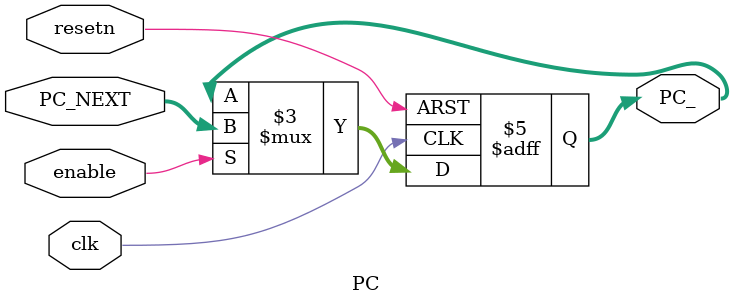
<source format=v>
module PC (
    input clk,
    input resetn,
    input enable,
    input [31:0] PC_NEXT,
    output reg [31:0] PC_
);
    always @(posedge clk or negedge resetn) begin
        if (~resetn) PC_ <= 32'h00000000;
        else if (enable) PC_ <= PC_NEXT;
    end

endmodule
</source>
